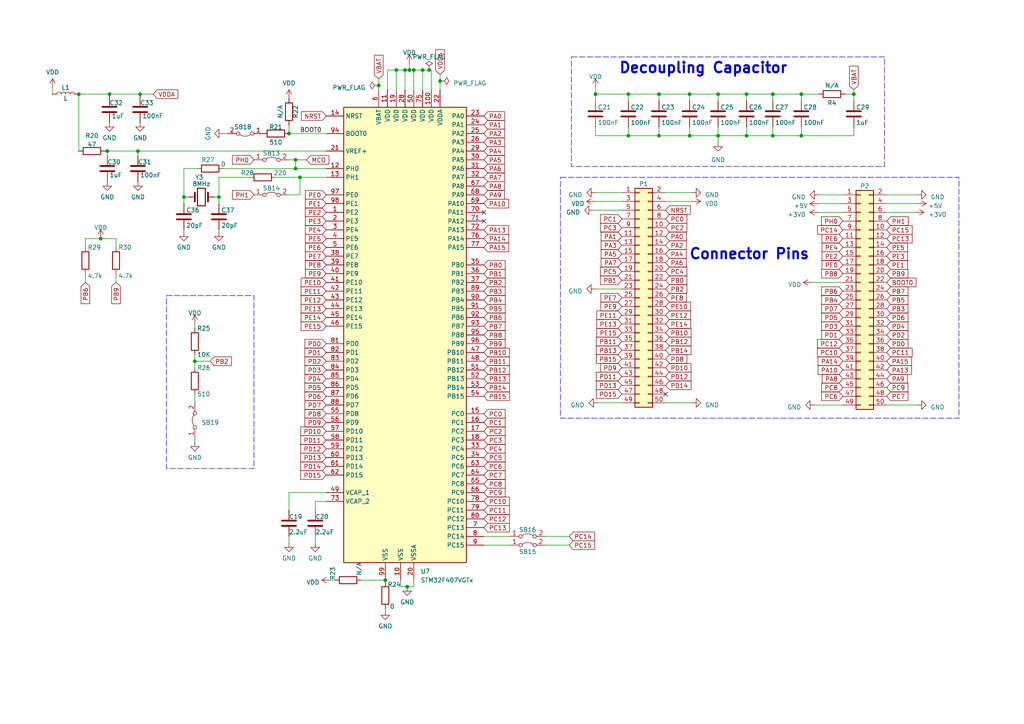
<source format=kicad_sch>
(kicad_sch (version 20230121) (generator eeschema)
  (paper "A4")
  (junction (at 31.115 43.815))
  (junction (at 53.34 57.15))
  (junction (at 208.28 39.37))
  (junction (at 232.41 39.37))
  (junction (at 111.76 168.275))
  (junction (at 216.535 27.305))
  (junction (at 224.155 27.305))
  (junction (at 56.515 104.775))
  (junction (at 118.11 170.18))
  (junction (at 40.005 43.815))
  (junction (at 85.725 48.895))
  (junction (at 122.555 20.32))
  (junction (at 232.41 27.305))
  (junction (at 124.46 20.32))
  (junction (at 118.745 20.32))
  (junction (at 208.28 27.305))
  (junction (at 200.025 27.305))
  (junction (at 63.5 57.15))
  (junction (at 216.535 39.37))
  (junction (at 247.65 27.305))
  (junction (at 29.21 69.215))
  (junction (at 117.475 20.32))
  (junction (at 86.995 51.435))
  (junction (at 31.75 27.305))
  (junction (at 182.245 39.37))
  (junction (at 191.135 27.305))
  (junction (at 200.025 39.37))
  (junction (at 22.86 27.305))
  (junction (at 182.245 27.305))
  (junction (at 120.015 20.32))
  (junction (at 224.155 39.37))
  (junction (at 114.935 20.32))
  (junction (at 127.635 23.495))
  (junction (at 172.72 27.305))
  (junction (at 109.855 24.765))
  (junction (at 40.64 27.305))
  (junction (at 85.725 46.355))
  (junction (at 83.82 38.735))
  (junction (at 191.135 39.37))
  (no_connect (at 140.335 61.595))
  (no_connect (at 193.04 114.3))
  (no_connect (at 140.335 64.135))
  (wire (pts (xy 24.765 79.375) (xy 24.765 81.915)))
  (wire (pts (xy 216.535 36.83) (xy 216.535 39.37)))
  (wire (pts (xy 191.135 27.305) (xy 200.025 27.305)))
  (wire (pts (xy 224.155 39.37) (xy 232.41 39.37)))
  (wire (pts (xy 24.765 69.215) (xy 29.21 69.215)))
  (wire (pts (xy 237.49 56.515) (xy 244.475 56.515)))
  (wire (pts (xy 232.41 39.37) (xy 247.65 39.37)))
  (wire (pts (xy 83.82 142.875) (xy 83.82 147.955)))
  (wire (pts (xy 54.61 57.15) (xy 53.34 57.15)))
  (wire (pts (xy 200.025 29.21) (xy 200.025 27.305)))
  (wire (pts (xy 236.22 117.475) (xy 244.475 117.475)))
  (wire (pts (xy 237.49 59.055) (xy 244.475 59.055)))
  (wire (pts (xy 94.615 145.415) (xy 91.44 145.415)))
  (wire (pts (xy 193.04 55.88) (xy 200.66 55.88)))
  (wire (pts (xy 200.025 27.305) (xy 208.28 27.305)))
  (wire (pts (xy 63.5 59.055) (xy 63.5 57.15)))
  (wire (pts (xy 216.535 39.37) (xy 224.155 39.37)))
  (wire (pts (xy 140.335 158.115) (xy 147.955 158.115)))
  (wire (pts (xy 57.15 48.895) (xy 53.34 48.895)))
  (wire (pts (xy 83.82 46.355) (xy 85.725 46.355)))
  (wire (pts (xy 158.115 158.115) (xy 165.1 158.115)))
  (wire (pts (xy 33.655 79.375) (xy 33.655 81.915)))
  (wire (pts (xy 109.855 24.765) (xy 109.855 26.035)))
  (wire (pts (xy 208.28 39.37) (xy 208.28 41.275)))
  (wire (pts (xy 117.475 20.32) (xy 118.745 20.32)))
  (wire (pts (xy 83.82 38.735) (xy 83.82 36.195)))
  (wire (pts (xy 172.72 55.88) (xy 180.34 55.88)))
  (wire (pts (xy 112.395 20.32) (xy 114.935 20.32)))
  (wire (pts (xy 172.72 25.4) (xy 172.72 27.305)))
  (wire (pts (xy 235.585 81.915) (xy 244.475 81.915)))
  (wire (pts (xy 224.155 27.305) (xy 232.41 27.305)))
  (wire (pts (xy 86.995 56.515) (xy 86.995 51.435)))
  (wire (pts (xy 125.095 20.32) (xy 125.095 26.035)))
  (wire (pts (xy 85.725 48.895) (xy 94.615 48.895)))
  (wire (pts (xy 56.515 102.87) (xy 56.515 104.775)))
  (wire (pts (xy 117.475 20.32) (xy 117.475 26.035)))
  (wire (pts (xy 191.135 36.83) (xy 191.135 39.37)))
  (wire (pts (xy 172.72 58.42) (xy 180.34 58.42)))
  (wire (pts (xy 245.11 27.305) (xy 247.65 27.305)))
  (wire (pts (xy 257.175 61.595) (xy 265.43 61.595)))
  (wire (pts (xy 53.34 66.675) (xy 53.34 67.31)))
  (wire (pts (xy 91.44 145.415) (xy 91.44 147.955)))
  (wire (pts (xy 200.025 36.83) (xy 200.025 39.37)))
  (wire (pts (xy 31.115 43.815) (xy 31.115 45.085)))
  (wire (pts (xy 193.04 58.42) (xy 200.66 58.42)))
  (wire (pts (xy 56.515 104.775) (xy 60.96 104.775)))
  (wire (pts (xy 208.28 27.305) (xy 208.28 29.21)))
  (wire (pts (xy 120.015 20.32) (xy 120.015 26.035)))
  (wire (pts (xy 122.555 26.035) (xy 122.555 20.32)))
  (wire (pts (xy 247.65 26.035) (xy 247.65 27.305)))
  (wire (pts (xy 216.535 29.21) (xy 216.535 27.305)))
  (wire (pts (xy 31.75 27.305) (xy 40.64 27.305)))
  (wire (pts (xy 30.48 43.815) (xy 31.115 43.815)))
  (wire (pts (xy 104.775 168.275) (xy 111.76 168.275)))
  (wire (pts (xy 114.935 20.32) (xy 114.935 26.035)))
  (wire (pts (xy 200.025 39.37) (xy 208.28 39.37)))
  (wire (pts (xy 120.015 168.275) (xy 120.015 170.18)))
  (wire (pts (xy 24.765 71.755) (xy 24.765 69.215)))
  (wire (pts (xy 120.015 20.32) (xy 122.555 20.32)))
  (wire (pts (xy 114.935 20.32) (xy 117.475 20.32)))
  (wire (pts (xy 56.515 114.3) (xy 56.515 116.84)))
  (wire (pts (xy 53.34 48.895) (xy 53.34 57.15)))
  (wire (pts (xy 232.41 27.305) (xy 232.41 29.21)))
  (wire (pts (xy 191.135 39.37) (xy 200.025 39.37)))
  (wire (pts (xy 53.34 59.055) (xy 53.34 57.15)))
  (wire (pts (xy 116.205 170.18) (xy 118.11 170.18)))
  (wire (pts (xy 124.46 20.32) (xy 125.095 20.32)))
  (wire (pts (xy 29.21 69.215) (xy 33.655 69.215)))
  (wire (pts (xy 173.355 116.84) (xy 180.34 116.84)))
  (wire (pts (xy 182.245 29.21) (xy 182.245 27.305)))
  (wire (pts (xy 95.885 168.275) (xy 97.155 168.275)))
  (wire (pts (xy 127.635 23.495) (xy 127.635 26.035)))
  (wire (pts (xy 83.82 155.575) (xy 83.82 157.48)))
  (wire (pts (xy 86.995 51.435) (xy 94.615 51.435)))
  (wire (pts (xy 182.245 39.37) (xy 191.135 39.37)))
  (wire (pts (xy 83.82 56.515) (xy 86.995 56.515)))
  (wire (pts (xy 232.41 27.305) (xy 237.49 27.305)))
  (wire (pts (xy 83.82 38.735) (xy 94.615 38.735)))
  (wire (pts (xy 172.72 27.305) (xy 182.245 27.305)))
  (wire (pts (xy 118.745 18.415) (xy 118.745 20.32)))
  (wire (pts (xy 63.5 66.675) (xy 63.5 67.31)))
  (wire (pts (xy 80.01 51.435) (xy 86.995 51.435)))
  (wire (pts (xy 56.515 104.775) (xy 56.515 106.68)))
  (wire (pts (xy 237.49 61.595) (xy 244.475 61.595)))
  (wire (pts (xy 111.76 168.275) (xy 111.76 168.91)))
  (wire (pts (xy 111.76 176.53) (xy 111.76 177.165)))
  (wire (pts (xy 257.175 117.475) (xy 266.065 117.475)))
  (wire (pts (xy 224.155 36.83) (xy 224.155 39.37)))
  (wire (pts (xy 66.04 38.735) (xy 64.77 38.735)))
  (wire (pts (xy 247.65 27.305) (xy 247.65 29.21)))
  (wire (pts (xy 247.65 36.83) (xy 247.65 39.37)))
  (wire (pts (xy 120.015 20.32) (xy 118.745 20.32)))
  (wire (pts (xy 182.245 36.83) (xy 182.245 39.37)))
  (wire (pts (xy 118.11 170.18) (xy 120.015 170.18)))
  (wire (pts (xy 56.515 127) (xy 56.515 128.27)))
  (wire (pts (xy 15.24 25.4) (xy 15.24 27.305)))
  (wire (pts (xy 33.655 69.215) (xy 33.655 71.755)))
  (wire (pts (xy 63.5 51.435) (xy 63.5 57.15)))
  (wire (pts (xy 224.155 29.21) (xy 224.155 27.305)))
  (wire (pts (xy 40.64 27.305) (xy 44.45 27.305)))
  (wire (pts (xy 172.72 83.82) (xy 180.34 83.82)))
  (wire (pts (xy 208.28 36.83) (xy 208.28 39.37)))
  (wire (pts (xy 40.64 27.305) (xy 40.64 27.94)))
  (wire (pts (xy 208.28 27.305) (xy 216.535 27.305)))
  (wire (pts (xy 31.115 43.815) (xy 40.005 43.815)))
  (wire (pts (xy 257.175 59.055) (xy 266.065 59.055)))
  (wire (pts (xy 172.72 27.305) (xy 172.72 29.21)))
  (wire (pts (xy 172.085 60.96) (xy 180.34 60.96)))
  (wire (pts (xy 91.44 155.575) (xy 91.44 157.48)))
  (wire (pts (xy 22.86 27.305) (xy 31.75 27.305)))
  (wire (pts (xy 140.335 155.575) (xy 147.955 155.575)))
  (wire (pts (xy 257.175 56.515) (xy 266.065 56.515)))
  (wire (pts (xy 112.395 26.035) (xy 112.395 20.32)))
  (wire (pts (xy 31.75 27.305) (xy 31.75 27.94)))
  (wire (pts (xy 62.23 57.15) (xy 63.5 57.15)))
  (wire (pts (xy 172.72 39.37) (xy 182.245 39.37)))
  (wire (pts (xy 40.005 43.815) (xy 40.005 45.085)))
  (wire (pts (xy 216.535 27.305) (xy 224.155 27.305)))
  (wire (pts (xy 56.515 93.98) (xy 56.515 95.25)))
  (wire (pts (xy 94.615 142.875) (xy 83.82 142.875)))
  (wire (pts (xy 109.855 22.86) (xy 109.855 24.765)))
  (wire (pts (xy 182.245 27.305) (xy 191.135 27.305)))
  (wire (pts (xy 193.04 116.84) (xy 200.66 116.84)))
  (wire (pts (xy 127.635 21.59) (xy 127.635 23.495)))
  (wire (pts (xy 208.28 39.37) (xy 216.535 39.37)))
  (wire (pts (xy 158.115 155.575) (xy 165.1 155.575)))
  (wire (pts (xy 122.555 20.32) (xy 124.46 20.32)))
  (wire (pts (xy 85.725 46.355) (xy 85.725 48.895)))
  (wire (pts (xy 191.135 27.305) (xy 191.135 29.21)))
  (wire (pts (xy 22.86 27.305) (xy 22.86 43.815)))
  (wire (pts (xy 232.41 36.83) (xy 232.41 39.37)))
  (wire (pts (xy 88.9 46.355) (xy 85.725 46.355)))
  (wire (pts (xy 40.005 43.815) (xy 94.615 43.815)))
  (wire (pts (xy 64.77 48.895) (xy 85.725 48.895)))
  (wire (pts (xy 172.72 36.83) (xy 172.72 39.37)))
  (wire (pts (xy 72.39 51.435) (xy 63.5 51.435)))
  (wire (pts (xy 116.205 168.275) (xy 116.205 170.18)))
  (rectangle (start 165.735 16.51) (end 256.54 48.26) (stroke (width 0) (type dash)))
  (rectangle (start 48.26 85.725) (end 73.66 135.89) (stroke (width 0) (type dash)))
  (rectangle (start 162.56 51.435) (end 278.13 121.285) (stroke (width 0) (type dash)))
  (text "Connector Pins\n" (at 234.95 75.565 0) (effects (font (size 3 3) (thickness 0.6) bold) (justify right bottom)))
  (text "Decoupling Capacitor\n" (at 228.6 21.59 0) (effects (font (size 3 3) (thickness 0.6) bold) (justify right bottom)))
  (label "BOOT0" (at 86.995 38.735 0))
  (global_label "PC11" (shape input) (at 257.175 102.235 0) (property "Intersheetrefs" "${INTERSHEET_REFS}" (effects hide)))
  (global_label "BOOT0" (shape input) (at 257.175 81.915 0) (property "Intersheetrefs" "${INTERSHEET_REFS}" (effects hide)))
  (global_label "PB10" (shape input) (at 140.335 102.235 0) (property "Intersheetrefs" "${INTERSHEET_REFS}" (effects hide)))
  (global_label "PD10" (shape input) (at 94.615 125.095 180) (property "Intersheetrefs" "${INTERSHEET_REFS}" (effects hide)))
  (global_label "PE1" (shape input) (at 257.175 76.835 0) (property "Intersheetrefs" "${INTERSHEET_REFS}" (effects hide)))
  (global_label "PD12" (shape input) (at 94.615 130.175 180) (property "Intersheetrefs" "${INTERSHEET_REFS}" (effects hide)))
  (global_label "PC1" (shape input) (at 140.335 122.555 0) (property "Intersheetrefs" "${INTERSHEET_REFS}" (effects hide)))
  (global_label "PA5" (shape input) (at 180.34 73.66 180) (property "Intersheetrefs" "${INTERSHEET_REFS}" (effects hide)))
  (global_label "PD1" (shape input) (at 94.615 102.235 180) (property "Intersheetrefs" "${INTERSHEET_REFS}" (effects hide)))
  (global_label "PA3" (shape input) (at 180.34 71.12 180) (property "Intersheetrefs" "${INTERSHEET_REFS}" (effects hide)))
  (global_label "PC6" (shape input) (at 244.475 114.935 180) (property "Intersheetrefs" "${INTERSHEET_REFS}" (effects hide)))
  (global_label "PC3" (shape input) (at 180.34 66.04 180) (property "Intersheetrefs" "${INTERSHEET_REFS}" (effects hide)))
  (global_label "PE8" (shape input) (at 193.04 86.36 0) (property "Intersheetrefs" "${INTERSHEET_REFS}" (effects hide)))
  (global_label "PB6" (shape input) (at 140.335 92.075 0) (property "Intersheetrefs" "${INTERSHEET_REFS}" (effects hide)))
  (global_label "PC4" (shape input) (at 193.04 78.74 0) (property "Intersheetrefs" "${INTERSHEET_REFS}" (effects hide)))
  (global_label "PB0" (shape input) (at 140.335 76.835 0) (property "Intersheetrefs" "${INTERSHEET_REFS}" (effects hide)))
  (global_label "PA13" (shape input) (at 257.175 107.315 0) (property "Intersheetrefs" "${INTERSHEET_REFS}" (effects hide)))
  (global_label "PC7" (shape input) (at 257.175 114.935 0) (property "Intersheetrefs" "${INTERSHEET_REFS}" (effects hide)))
  (global_label "PB9" (shape input) (at 33.655 81.915 270) (property "Intersheetrefs" "${INTERSHEET_REFS}" (effects hide)))
  (global_label "PA5" (shape input) (at 140.335 46.355 0) (property "Intersheetrefs" "${INTERSHEET_REFS}" (effects hide)))
  (global_label "PA0" (shape input) (at 193.04 68.58 0) (property "Intersheetrefs" "${INTERSHEET_REFS}" (effects hide)))
  (global_label "PC9" (shape input) (at 140.335 142.875 0) (property "Intersheetrefs" "${INTERSHEET_REFS}" (effects hide)))
  (global_label "PE9" (shape input) (at 94.615 79.375 180) (property "Intersheetrefs" "${INTERSHEET_REFS}" (effects hide)))
  (global_label "PE10" (shape input) (at 94.615 81.915 180) (property "Intersheetrefs" "${INTERSHEET_REFS}" (effects hide)))
  (global_label "PB7" (shape input) (at 257.175 84.455 0) (property "Intersheetrefs" "${INTERSHEET_REFS}" (effects hide)))
  (global_label "PC14" (shape input) (at 165.1 155.575 0) (property "Intersheetrefs" "${INTERSHEET_REFS}" (effects hide)))
  (global_label "PD10" (shape input) (at 193.04 106.68 0) (property "Intersheetrefs" "${INTERSHEET_REFS}" (effects hide)))
  (global_label "PD14" (shape input) (at 193.04 111.76 0) (property "Intersheetrefs" "${INTERSHEET_REFS}" (effects hide)))
  (global_label "PA2" (shape input) (at 193.04 71.12 0) (property "Intersheetrefs" "${INTERSHEET_REFS}" (effects hide)))
  (global_label "PA10" (shape input) (at 140.335 59.055 0) (property "Intersheetrefs" "${INTERSHEET_REFS}" (effects hide)))
  (global_label "PA15" (shape input) (at 140.335 71.755 0) (property "Intersheetrefs" "${INTERSHEET_REFS}" (effects hide)))
  (global_label "PB10" (shape input) (at 193.04 96.52 0) (property "Intersheetrefs" "${INTERSHEET_REFS}" (effects hide)))
  (global_label "PD2" (shape input) (at 94.615 104.775 180) (property "Intersheetrefs" "${INTERSHEET_REFS}" (effects hide)))
  (global_label "PE4" (shape input) (at 244.475 71.755 180) (property "Intersheetrefs" "${INTERSHEET_REFS}" (effects hide)))
  (global_label "PD9" (shape input) (at 94.615 122.555 180) (property "Intersheetrefs" "${INTERSHEET_REFS}" (effects hide)))
  (global_label "PE14" (shape input) (at 193.04 93.98 0) (property "Intersheetrefs" "${INTERSHEET_REFS}" (effects hide)))
  (global_label "PB13" (shape input) (at 180.34 101.6 180) (property "Intersheetrefs" "${INTERSHEET_REFS}" (effects hide)))
  (global_label "PA13" (shape input) (at 140.335 66.675 0) (property "Intersheetrefs" "${INTERSHEET_REFS}" (effects hide)))
  (global_label "PB2" (shape input) (at 193.04 83.82 0) (property "Intersheetrefs" "${INTERSHEET_REFS}" (effects hide)))
  (global_label "PE11" (shape input) (at 94.615 84.455 180) (property "Intersheetrefs" "${INTERSHEET_REFS}" (effects hide)))
  (global_label "PA3" (shape input) (at 140.335 41.275 0) (property "Intersheetrefs" "${INTERSHEET_REFS}" (effects hide)))
  (global_label "MCO" (shape input) (at 88.9 46.355 0) (property "Intersheetrefs" "${INTERSHEET_REFS}" (effects hide)))
  (global_label "PD14" (shape input) (at 94.615 135.255 180) (property "Intersheetrefs" "${INTERSHEET_REFS}" (effects hide)))
  (global_label "PA9" (shape input) (at 257.175 109.855 0) (property "Intersheetrefs" "${INTERSHEET_REFS}" (effects hide)))
  (global_label "PD11" (shape input) (at 94.615 127.635 180) (property "Intersheetrefs" "${INTERSHEET_REFS}" (effects hide)))
  (global_label "PC3" (shape input) (at 140.335 127.635 0) (property "Intersheetrefs" "${INTERSHEET_REFS}" (effects hide)))
  (global_label "PB3" (shape input) (at 257.175 89.535 0) (property "Intersheetrefs" "${INTERSHEET_REFS}" (effects hide)))
  (global_label "PE7" (shape input) (at 94.615 74.295 180) (property "Intersheetrefs" "${INTERSHEET_REFS}" (effects hide)))
  (global_label "PH0" (shape input) (at 244.475 64.135 180) (property "Intersheetrefs" "${INTERSHEET_REFS}" (effects hide)))
  (global_label "PC10" (shape input) (at 140.335 145.415 0) (property "Intersheetrefs" "${INTERSHEET_REFS}" (effects hide)))
  (global_label "PE6" (shape input) (at 94.615 71.755 180) (property "Intersheetrefs" "${INTERSHEET_REFS}" (effects hide)))
  (global_label "VBAT" (shape input) (at 109.855 22.86 90) (property "Intersheetrefs" "${INTERSHEET_REFS}" (effects hide)))
  (global_label "PA14" (shape input) (at 140.335 69.215 0) (property "Intersheetrefs" "${INTERSHEET_REFS}" (effects hide)))
  (global_label "PB6" (shape input) (at 244.475 84.455 180) (property "Intersheetrefs" "${INTERSHEET_REFS}" (effects hide)))
  (global_label "PB4" (shape input) (at 244.475 86.995 180) (property "Intersheetrefs" "${INTERSHEET_REFS}" (effects hide)))
  (global_label "NRST" (shape input) (at 193.04 60.96 0) (property "Intersheetrefs" "${INTERSHEET_REFS}" (effects hide)))
  (global_label "PE8" (shape input) (at 94.615 76.835 180) (property "Intersheetrefs" "${INTERSHEET_REFS}" (effects hide)))
  (global_label "PB14" (shape input) (at 140.335 112.395 0) (property "Intersheetrefs" "${INTERSHEET_REFS}" (effects hide)))
  (global_label "PC4" (shape input) (at 140.335 130.175 0) (property "Intersheetrefs" "${INTERSHEET_REFS}" (effects hide)))
  (global_label "PA0" (shape input) (at 140.335 33.655 0) (property "Intersheetrefs" "${INTERSHEET_REFS}" (effects hide)))
  (global_label "PD12" (shape input) (at 193.04 109.22 0) (property "Intersheetrefs" "${INTERSHEET_REFS}" (effects hide)))
  (global_label "PE2" (shape input) (at 244.475 74.295 180) (property "Intersheetrefs" "${INTERSHEET_REFS}" (effects hide)))
  (global_label "PC5" (shape input) (at 140.335 132.715 0) (property "Intersheetrefs" "${INTERSHEET_REFS}" (effects hide)))
  (global_label "PB15" (shape input) (at 140.335 114.935 0) (property "Intersheetrefs" "${INTERSHEET_REFS}" (effects hide)))
  (global_label "PC15" (shape input) (at 257.175 66.675 0) (property "Intersheetrefs" "${INTERSHEET_REFS}" (effects hide)))
  (global_label "PB9" (shape input) (at 140.335 99.695 0) (property "Intersheetrefs" "${INTERSHEET_REFS}" (effects hide)))
  (global_label "PE2" (shape input) (at 94.615 61.595 180) (property "Intersheetrefs" "${INTERSHEET_REFS}" (effects hide)))
  (global_label "PA6" (shape input) (at 140.335 48.895 0) (property "Intersheetrefs" "${INTERSHEET_REFS}" (effects hide)))
  (global_label "PA9" (shape input) (at 140.335 56.515 0) (property "Intersheetrefs" "${INTERSHEET_REFS}" (effects hide)))
  (global_label "PD13" (shape input) (at 94.615 132.715 180) (property "Intersheetrefs" "${INTERSHEET_REFS}" (effects hide)))
  (global_label "PD11" (shape input) (at 180.34 109.22 180) (property "Intersheetrefs" "${INTERSHEET_REFS}" (effects hide)))
  (global_label "PB5" (shape input) (at 140.335 89.535 0) (property "Intersheetrefs" "${INTERSHEET_REFS}" (effects hide)))
  (global_label "PD15" (shape input) (at 180.34 114.3 180) (property "Intersheetrefs" "${INTERSHEET_REFS}" (effects hide)))
  (global_label "PE15" (shape input) (at 180.34 96.52 180) (property "Intersheetrefs" "${INTERSHEET_REFS}" (effects hide)))
  (global_label "PA10" (shape input) (at 244.475 107.315 180) (property "Intersheetrefs" "${INTERSHEET_REFS}" (effects hide)))
  (global_label "PA7" (shape input) (at 180.34 76.2 180) (property "Intersheetrefs" "${INTERSHEET_REFS}" (effects hide)))
  (global_label "PB8" (shape input) (at 140.335 97.155 0) (property "Intersheetrefs" "${INTERSHEET_REFS}" (effects hide)))
  (global_label "PB14" (shape input) (at 193.04 101.6 0) (property "Intersheetrefs" "${INTERSHEET_REFS}" (effects hide)))
  (global_label "PB13" (shape input) (at 140.335 109.855 0) (property "Intersheetrefs" "${INTERSHEET_REFS}" (effects hide)))
  (global_label "PC8" (shape input) (at 244.475 112.395 180) (property "Intersheetrefs" "${INTERSHEET_REFS}" (effects hide)))
  (global_label "PA1" (shape input) (at 140.335 36.195 0) (property "Intersheetrefs" "${INTERSHEET_REFS}" (effects hide)))
  (global_label "PD6" (shape input) (at 94.615 114.935 180) (property "Intersheetrefs" "${INTERSHEET_REFS}" (effects hide)))
  (global_label "PE7" (shape input) (at 180.34 86.36 180) (property "Intersheetrefs" "${INTERSHEET_REFS}" (effects hide)))
  (global_label "PD3" (shape input) (at 244.475 94.615 180) (property "Intersheetrefs" "${INTERSHEET_REFS}" (effects hide)))
  (global_label "PB9" (shape input) (at 257.175 79.375 0) (property "Intersheetrefs" "${INTERSHEET_REFS}" (effects hide)))
  (global_label "PE1" (shape input) (at 94.615 59.055 180) (property "Intersheetrefs" "${INTERSHEET_REFS}" (effects hide)))
  (global_label "PE4" (shape input) (at 94.615 66.675 180) (property "Intersheetrefs" "${INTERSHEET_REFS}" (effects hide)))
  (global_label "PB11" (shape input) (at 180.34 99.06 180) (property "Intersheetrefs" "${INTERSHEET_REFS}" (effects hide)))
  (global_label "PB8" (shape input) (at 244.475 79.375 180) (property "Intersheetrefs" "${INTERSHEET_REFS}" (effects hide)))
  (global_label "PB5" (shape input) (at 257.175 86.995 0) (property "Intersheetrefs" "${INTERSHEET_REFS}" (effects hide)))
  (global_label "PC14" (shape input) (at 244.475 66.675 180) (property "Intersheetrefs" "${INTERSHEET_REFS}" (effects hide)))
  (global_label "PA4" (shape input) (at 140.335 43.815 0) (property "Intersheetrefs" "${INTERSHEET_REFS}" (effects hide)))
  (global_label "PD5" (shape input) (at 244.475 92.075 180) (property "Intersheetrefs" "${INTERSHEET_REFS}" (effects hide)))
  (global_label "PC7" (shape input) (at 140.335 137.795 0) (property "Intersheetrefs" "${INTERSHEET_REFS}" (effects hide)))
  (global_label "PD6" (shape input) (at 257.175 92.075 0) (property "Intersheetrefs" "${INTERSHEET_REFS}" (effects hide)))
  (global_label "PE14" (shape input) (at 94.615 92.075 180) (property "Intersheetrefs" "${INTERSHEET_REFS}" (effects hide)))
  (global_label "PE15" (shape input) (at 94.615 94.615 180) (property "Intersheetrefs" "${INTERSHEET_REFS}" (effects hide)))
  (global_label "PE13" (shape input) (at 94.615 89.535 180) (property "Intersheetrefs" "${INTERSHEET_REFS}" (effects hide)))
  (global_label "PE5" (shape input) (at 257.175 71.755 0) (property "Intersheetrefs" "${INTERSHEET_REFS}" (effects hide)))
  (global_label "PD15" (shape input) (at 94.615 137.795 180) (property "Intersheetrefs" "${INTERSHEET_REFS}" (effects hide)))
  (global_label "PB7" (shape input) (at 140.335 94.615 0) (property "Intersheetrefs" "${INTERSHEET_REFS}" (effects hide)))
  (global_label "PC9" (shape input) (at 257.175 112.395 0) (property "Intersheetrefs" "${INTERSHEET_REFS}" (effects hide)))
  (global_label "PB12" (shape input) (at 193.04 99.06 0) (property "Intersheetrefs" "${INTERSHEET_REFS}" (effects hide)))
  (global_label "PB6" (shape input) (at 24.765 81.915 270) (property "Intersheetrefs" "${INTERSHEET_REFS}" (effects hide)))
  (global_label "PD9" (shape input) (at 180.34 106.68 180) (property "Intersheetrefs" "${INTERSHEET_REFS}" (effects hide)))
  (global_label "PD0" (shape input) (at 257.175 99.695 0) (property "Intersheetrefs" "${INTERSHEET_REFS}" (effects hide)))
  (global_label "PC12" (shape input) (at 244.475 99.695 180) (property "Intersheetrefs" "${INTERSHEET_REFS}" (effects hide)))
  (global_label "PB2" (shape input) (at 140.335 81.915 0) (property "Intersheetrefs" "${INTERSHEET_REFS}" (effects hide)))
  (global_label "PD4" (shape input) (at 94.615 109.855 180) (property "Intersheetrefs" "${INTERSHEET_REFS}" (effects hide)))
  (global_label "PD3" (shape input) (at 94.615 107.315 180) (property "Intersheetrefs" "${INTERSHEET_REFS}" (effects hide)))
  (global_label "PA4" (shape input) (at 193.04 73.66 0) (property "Intersheetrefs" "${INTERSHEET_REFS}" (effects hide)))
  (global_label "PA8" (shape input) (at 140.335 53.975 0) (property "Intersheetrefs" "${INTERSHEET_REFS}" (effects hide)))
  (global_label "PE3" (shape input) (at 257.175 74.295 0) (property "Intersheetrefs" "${INTERSHEET_REFS}" (effects hide)))
  (global_label "PC8" (shape input) (at 140.335 140.335 0) (property "Intersheetrefs" "${INTERSHEET_REFS}" (effects hide)))
  (global_label "PC1" (shape input) (at 180.34 63.5 180) (property "Intersheetrefs" "${INTERSHEET_REFS}" (effects hide)))
  (global_label "PC6" (shape input) (at 140.335 135.255 0) (property "Intersheetrefs" "${INTERSHEET_REFS}" (effects hide)))
  (global_label "PC0" (shape input) (at 140.335 120.015 0) (property "Intersheetrefs" "${INTERSHEET_REFS}" (effects hide)))
  (global_label "PH0" (shape input) (at 73.66 46.355 180) (property "Intersheetrefs" "${INTERSHEET_REFS}" (effects hide)))
  (global_label "PC13" (shape input) (at 140.335 153.035 0) (property "Intersheetrefs" "${INTERSHEET_REFS}" (effects hide)))
  (global_label "PE9" (shape input) (at 180.34 88.9 180) (property "Intersheetrefs" "${INTERSHEET_REFS}" (effects hide)))
  (global_label "PB12" (shape input) (at 140.335 107.315 0) (property "Intersheetrefs" "${INTERSHEET_REFS}" (effects hide)))
  (global_label "PA8" (shape input) (at 244.475 109.855 180) (property "Intersheetrefs" "${INTERSHEET_REFS}" (effects hide)))
  (global_label "PC10" (shape input) (at 244.475 102.235 180) (property "Intersheetrefs" "${INTERSHEET_REFS}" (effects hide)))
  (global_label "PB4" (shape input) (at 140.335 86.995 0) (property "Intersheetrefs" "${INTERSHEET_REFS}" (effects hide)))
  (global_label "PC15" (shape input) (at 165.1 158.115 0) (property "Intersheetrefs" "${INTERSHEET_REFS}" (effects hide)))
  (global_label "PD2" (shape input) (at 257.175 97.155 0) (property "Intersheetrefs" "${INTERSHEET_REFS}" (effects hide)))
  (global_label "PD7" (shape input) (at 94.615 117.475 180) (property "Intersheetrefs" "${INTERSHEET_REFS}" (effects hide)))
  (global_label "PC2" (shape input) (at 193.04 66.04 0) (property "Intersheetrefs" "${INTERSHEET_REFS}" (effects hide)))
  (global_label "VDDA" (shape input) (at 44.45 27.305 0) (property "Intersheetrefs" "${INTERSHEET_REFS}" (effects hide)))
  (global_label "PE0" (shape input) (at 244.475 76.835 180) (property "Intersheetrefs" "${INTERSHEET_REFS}" (effects hide)))
  (global_label "PD7" (shape input) (at 244.475 89.535 180) (property "Intersheetrefs" "${INTERSHEET_REFS}" (effects hide)))
  (global_label "PA6" (shape input) (at 193.04 76.2 0) (property "Intersheetrefs" "${INTERSHEET_REFS}" (effects hide)))
  (global_label "VBAT" (shape input) (at 247.65 26.035 90) (property "Intersheetrefs" "${INTERSHEET_REFS}" (effects hide)))
  (global_label "PC0" (shape input) (at 193.04 63.5 0) (property "Intersheetrefs" "${INTERSHEET_REFS}" (effects hide)))
  (global_label "PD5" (shape input) (at 94.615 112.395 180) (property "Intersheetrefs" "${INTERSHEET_REFS}" (effects hide)))
  (global_label "PD8" (shape input) (at 193.04 104.14 0) (property "Intersheetrefs" "${INTERSHEET_REFS}" (effects hide)))
  (global_label "NRST" (shape input) (at 94.615 33.655 180) (property "Intersheetrefs" "${INTERSHEET_REFS}" (effects hide)))
  (global_label "PB0" (shape input) (at 193.04 81.28 0) (property "Intersheetrefs" "${INTERSHEET_REFS}" (effects hide)))
  (global_label "PD8" (shape input) (at 94.615 120.015 180) (property "Intersheetrefs" "${INTERSHEET_REFS}" (effects hide)))
  (global_label "PD1" (shape input) (at 244.475 97.155 180) (property "Intersheetrefs" "${INTERSHEET_REFS}" (effects hide)))
  (global_label "PE3" (shape input) (at 94.615 64.135 180) (property "Intersheetrefs" "${INTERSHEET_REFS}" (effects hide)))
  (global_label "PC13" (shape input) (at 257.175 69.215 0) (property "Intersheetrefs" "${INTERSHEET_REFS}" (effects hide)))
  (global_label "PE12" (shape input) (at 94.615 86.995 180) (property "Intersheetrefs" "${INTERSHEET_REFS}" (effects hide)))
  (global_label "PE5" (shape input) (at 94.615 69.215 180) (property "Intersheetrefs" "${INTERSHEET_REFS}" (effects hide)))
  (global_label "PD4" (shape input) (at 257.175 94.615 0) (property "Intersheetrefs" "${INTERSHEET_REFS}" (effects hide)))
  (global_label "PC5" (shape input) (at 180.34 78.74 180) (property "Intersheetrefs" "${INTERSHEET_REFS}" (effects hide)))
  (global_label "PA15" (shape input) (at 257.175 104.775 0) (property "Intersheetrefs" "${INTERSHEET_REFS}" (effects hide)))
  (global_label "PB11" (shape input) (at 140.335 104.775 0) (property "Intersheetrefs" "${INTERSHEET_REFS}" (effects hide)))
  (global_label "PB2" (shape input) (at 60.96 104.775 0) (property "Intersheetrefs" "${INTERSHEET_REFS}" (effects hide)))
  (global_label "PC12" (shape input) (at 140.335 150.495 0) (property "Intersheetrefs" "${INTERSHEET_REFS}" (effects hide)))
  (global_label "PE10" (shape input) (at 193.04 88.9 0) (property "Intersheetrefs" "${INTERSHEET_REFS}" (effects hide)))
  (global_label "PA2" (shape input) (at 140.335 38.735 0) (property "Intersheetrefs" "${INTERSHEET_REFS}" (effects hide)))
  (global_label "PE12" (shape input) (at 193.04 91.44 0) (property "Intersheetrefs" "${INTERSHEET_REFS}" (effects hide)))
  (global_label "PE6" (shape input) (at 244.475 69.215 180) (property "Intersheetrefs" "${INTERSHEET_REFS}" (effects hide)))
  (global_label "PH1" (shape input) (at 257.175 64.135 0) (property "Intersheetrefs" "${INTERSHEET_REFS}" (effects hide)))
  (global_label "VDDA" (shape input) (at 127.635 21.59 90) (property "Intersheetrefs" "${INTERSHEET_REFS}" (effects hide)))
  (global_label "PC2" (shape input) (at 140.335 125.095 0) (property "Intersheetrefs" "${INTERSHEET_REFS}" (effects hide)))
  (global_label "PE13" (shape input) (at 180.34 93.98 180) (property "Intersheetrefs" "${INTERSHEET_REFS}" (effects hide)))
  (global_label "PE11" (shape input) (at 180.34 91.44 180) (property "Intersheetrefs" "${INTERSHEET_REFS}" (effects hide)))
  (global_label "PB15" (shape input) (at 180.34 104.14 180) (property "Intersheetrefs" "${INTERSHEET_REFS}" (effects hide)))
  (global_label "PC11" (shape input) (at 140.335 147.955 0) (property "Intersheetrefs" "${INTERSHEET_REFS}" (effects hide)))
  (global_label "PA7" (shape input) (at 140.335 51.435 0) (property "Intersheetrefs" "${INTERSHEET_REFS}" (effects hide)))
  (global_label "PA1" (shape input) (at 180.34 68.58 180) (property "Intersheetrefs" "${INTERSHEET_REFS}" (effects hide)))
  (global_label "PD0" (shape input) (at 94.615 99.695 180) (property "Intersheetrefs" "${INTERSHEET_REFS}" (effects hide)))
  (global_label "PH1" (shape input) (at 73.66 56.515 180) (property "Intersheetrefs" "${INTERSHEET_REFS}" (effects hide)))
  (global_label "PB1" (shape input) (at 180.34 81.28 180) (property "Intersheetrefs" "${INTERSHEET_REFS}" (effects hide)))
  (global_label "PB1" (shape input) (at 140.335 79.375 0) (property "Intersheetrefs" "${INTERSHEET_REFS}" (effects hide)))
  (global_label "PB3" (shape input) (at 140.335 84.455 0) (property "Intersheetrefs" "${INTERSHEET_REFS}" (effects hide)))
  (global_label "PE0" (shape input) (at 94.615 56.515 180) (property "Intersheetrefs" "${INTERSHEET_REFS}" (effects hide)))
  (global_label "PD13" (shape input) (at 180.34 111.76 180) (property "Intersheetrefs" "${INTERSHEET_REFS}" (effects hide)))
  (global_label "PA14" (shape input) (at 244.475 104.775 180) (property "Intersheetrefs" "${INTERSHEET_REFS}" (effects hide)))
  (symbol (lib_id "power:GND") (at 56.515 128.27 0) (unit 1)
    (property "Reference" "#PWR058" (effects hide))
    (property "Value" "GND" (at 56.515 132.715 0))
  )
  (symbol (lib_id "power:GND") (at 266.065 117.475 90) (unit 1)
    (property "Reference" "#PWR067" (effects hide))
    (property "Value" "GND" (at 269.875 118.11 90) (effects (justify right)))
  )
  (symbol (lib_id "Jumper:Jumper_2_Bridged") (at 153.035 158.115 0) (unit 1)
    (property "Reference" "SB15" (at 153.035 160.02 0))
    (property "Value" "Jumper_2_Bridged" (effects hide))
    (property "Footprint" "Jumper:SolderJumper-2_P1.3mm_Open_TrianglePad1.0x1.5mm" (effects hide))
  )
  (symbol (lib_id "Device:C") (at 216.535 33.02 0) (unit 1)
    (property "Reference" "C26" (at 217.17 31.115 0) (effects (justify left)))
    (property "Value" "100nF" (at 217.17 35.56 0) (effects (justify left)))
    (property "Footprint" "Capacitor_SMD:C_0603_1608Metric" (effects hide))
  )
  (symbol (lib_id "Device:C") (at 83.82 151.765 0) (unit 1)
    (property "Reference" "C19" (at 83.82 149.86 0) (effects (justify left)))
    (property "Value" "2.2uF" (at 83.82 154.305 0) (effects (justify left)))
    (property "Footprint" "Capacitor_SMD:C_0603_1608Metric" (effects hide))
  )
  (symbol (lib_id "power:+3V0") (at 265.43 61.595 270) (unit 1)
    (property "Reference" "#PWR065" (effects hide))
    (property "Value" "+3V0" (at 269.24 62.23 90) (effects (justify left)))
  )
  (symbol (lib_id "power:PWR_FLAG") (at 124.46 20.32 0) (unit 1)
    (property "Reference" "#FLG03" (effects hide))
    (property "Value" "PWR_FLAG" (at 124.46 16.51 0))
  )
  (symbol (lib_id "Device:L") (at 19.05 27.305 90) (unit 1)
    (property "Reference" "L1" (at 19.05 25.4 90))
    (property "Value" "L" (at 19.05 28.575 90))
    (property "Footprint" "Inductor_SMD:L_0603_1608Metric" (effects hide))
  )
  (symbol (lib_id "power:GND") (at 53.34 67.31 0) (unit 1)
    (property "Reference" "#PWR059" (effects hide))
    (property "Value" "GND" (at 53.34 71.755 0))
  )
  (symbol (lib_id "Device:R") (at 24.765 75.565 0) (unit 1)
    (property "Reference" "R29" (at 25.4 71.755 0) (effects (justify left)))
    (property "Value" "4.7k" (at 25.4 80.01 0) (effects (justify left)))
    (property "Footprint" "Resistor_SMD:R_0603_1608Metric" (effects hide))
  )
  (symbol (lib_id "power:VDD") (at 29.21 69.215 0) (unit 1)
    (property "Reference" "#PWR061" (effects hide))
    (property "Value" "VDD" (at 29.21 66.04 0))
  )
  (symbol (lib_id "Jumper:Jumper_2_Bridged") (at 71.12 38.735 180) (unit 1)
    (property "Reference" "SB18" (at 73.025 36.83 0) (effects (justify left)))
    (property "Value" "Jumper_2_Bridged" (effects hide))
    (property "Footprint" "Jumper:SolderJumper-2_P1.3mm_Open_TrianglePad1.0x1.5mm" (effects hide))
  )
  (symbol (lib_id "power:VDD") (at 172.72 58.42 90) (unit 1)
    (property "Reference" "#PWR011" (effects hide))
    (property "Value" "VDD" (at 169.545 59.055 90) (effects (justify left)))
  )
  (symbol (lib_id "power:GND") (at 111.76 177.165 0) (unit 1)
    (property "Reference" "#PWR073" (effects hide))
    (property "Value" "GND" (at 111.76 181.61 0))
  )
  (symbol (lib_id "power:VDD") (at 235.585 81.915 90) (unit 1)
    (property "Reference" "#PWR066" (effects hide))
    (property "Value" "VDD" (at 232.41 82.55 90) (effects (justify left)))
  )
  (symbol (lib_id "Device:R") (at 100.965 168.275 90) (unit 1)
    (property "Reference" "R23" (at 96.52 168.275 0) (effects (justify left)))
    (property "Value" "N/A" (at 104.14 167.005 0) (effects (justify left)))
    (property "Footprint" "Resistor_SMD:R_0603_1608Metric" (effects hide))
  )
  (symbol (lib_id "power:GND") (at 208.28 41.275 0) (unit 1)
    (property "Reference" "#PWR046" (effects hide))
    (property "Value" "GND" (at 208.28 46.355 0))
  )
  (symbol (lib_id "Device:Crystal") (at 58.42 57.15 0) (unit 1)
    (property "Reference" "Y3" (at 57.785 51.435 0))
    (property "Value" "8MHz" (at 58.42 53.34 0))
    (property "Footprint" "Crystal:Crystal_HC49-4H_Vertical" (effects hide))
  )
  (symbol (lib_id "Device:C") (at 172.72 33.02 0) (unit 1)
    (property "Reference" "C21" (at 173.355 31.115 0) (effects (justify left)))
    (property "Value" "100nF" (at 173.355 35.56 0) (effects (justify left)))
    (property "Footprint" "Capacitor_SMD:C_0603_1608Metric" (effects hide))
  )
  (symbol (lib_id "Device:C") (at 91.44 151.765 0) (unit 1)
    (property "Reference" "C20" (at 91.44 149.86 0) (effects (justify left)))
    (property "Value" "2.2uF" (at 91.44 154.305 0) (effects (justify left)))
    (property "Footprint" "Capacitor_SMD:C_0603_1608Metric" (effects hide))
  )
  (symbol (lib_id "Device:R") (at 56.515 110.49 0) (unit 1)
    (property "Reference" "R26" (at 57.15 106.68 0) (effects (justify left)))
    (property "Value" "510" (at 57.15 114.3 0) (effects (justify left)))
    (property "Footprint" "Resistor_SMD:R_0603_1608Metric" (effects hide))
  )
  (symbol (lib_id "power:VDD") (at 200.66 58.42 270) (unit 1)
    (property "Reference" "#PWR010" (effects hide))
    (property "Value" "VDD" (at 204.47 59.055 90) (effects (justify left)))
  )
  (symbol (lib_id "power:VDD") (at 56.515 93.98 0) (unit 1)
    (property "Reference" "#PWR057" (effects hide))
    (property "Value" "VDD" (at 56.515 90.805 0))
  )
  (symbol (lib_id "Jumper:Jumper_2_Bridged") (at 78.74 46.355 0) (unit 1)
    (property "Reference" "SB13" (at 78.74 44.45 0))
    (property "Value" "Jumper_2_Bridged" (effects hide))
    (property "Footprint" "Jumper:SolderJumper-2_P1.3mm_Open_TrianglePad1.0x1.5mm" (effects hide))
  )
  (symbol (lib_id "Device:C") (at 31.115 48.895 0) (unit 1)
    (property "Reference" "C30" (at 31.115 46.99 0) (effects (justify left)))
    (property "Value" "1uF" (at 31.75 50.8 0) (effects (justify left)))
    (property "Footprint" "Capacitor_SMD:C_0603_1608Metric" (effects hide))
  )
  (symbol (lib_id "power:GND") (at 172.72 55.88 270) (unit 1)
    (property "Reference" "#PWR09" (effects hide))
    (property "Value" "GND" (at 168.91 56.515 90) (effects (justify right)))
  )
  (symbol (lib_id "Connector_Generic:Conn_02x25_Odd_Even") (at 185.42 86.36 0) (unit 1)
    (property "Reference" "P1" (at 186.69 53.34 0))
    (property "Value" "Conn_02x25_Odd_Even" (effects hide))
    (property "Footprint" "Connector_PinHeader_2.54mm:PinHeader_2x25_P2.54mm_Vertical" (effects hide))
  )
  (symbol (lib_id "Device:C") (at 232.41 33.02 0) (unit 1)
    (property "Reference" "C28" (at 233.045 31.115 0) (effects (justify left)))
    (property "Value" "100nF" (at 233.045 35.56 0) (effects (justify left)))
    (property "Footprint" "Capacitor_SMD:C_0603_1608Metric" (effects hide))
  )
  (symbol (lib_id "power:+5V") (at 237.49 59.055 90) (unit 1)
    (property "Reference" "#PWR069" (effects hide))
    (property "Value" "+5V" (at 234.315 59.69 90) (effects (justify left)))
  )
  (symbol (lib_id "Device:C") (at 208.28 33.02 0) (unit 1)
    (property "Reference" "C25" (at 208.915 31.115 0) (effects (justify left)))
    (property "Value" "100nF" (at 208.915 35.56 0) (effects (justify left)))
    (property "Footprint" "Capacitor_SMD:C_0603_1608Metric" (effects hide))
  )
  (symbol (lib_id "Device:R") (at 111.76 172.72 0) (unit 1)
    (property "Reference" "R24" (at 112.395 169.545 0) (effects (justify left)))
    (property "Value" "0" (at 113.03 175.895 0) (effects (justify left)))
    (property "Footprint" "Resistor_SMD:R_0603_1608Metric" (effects hide))
  )
  (symbol (lib_id "Device:C") (at 40.005 48.895 0) (unit 1)
    (property "Reference" "C31" (at 40.005 46.99 0) (effects (justify left)))
    (property "Value" "100nF" (at 40.64 50.8 0) (effects (justify left)))
    (property "Footprint" "Capacitor_SMD:C_0603_1608Metric" (effects hide))
  )
  (symbol (lib_id "power:GND") (at 200.66 55.88 90) (unit 1)
    (property "Reference" "#PWR08" (effects hide))
    (property "Value" "GND" (at 204.47 56.515 90) (effects (justify right)))
  )
  (symbol (lib_id "power:PWR_FLAG") (at 109.855 24.765 90) (unit 1)
    (property "Reference" "#FLG06" (effects hide))
    (property "Value" "PWR_FLAG" (at 106.045 25.4 90) (effects (justify left)))
  )
  (symbol (lib_id "power:GND") (at 40.64 35.56 0) (unit 1)
    (property "Reference" "#PWR051" (effects hide))
    (property "Value" "GND" (at 40.64 40.005 0))
  )
  (symbol (lib_id "power:GND") (at 236.22 117.475 270) (unit 1)
    (property "Reference" "#PWR071" (effects hide))
    (property "Value" "GND" (at 232.41 118.11 90) (effects (justify right)))
  )
  (symbol (lib_id "Device:R") (at 241.3 27.305 90) (unit 1)
    (property "Reference" "R4" (at 241.3 29.845 90))
    (property "Value" "N/A" (at 241.3 24.765 90))
    (property "Footprint" "Resistor_SMD:R_0603_1608Metric" (effects hide))
  )
  (symbol (lib_id "power:GND") (at 40.005 52.705 0) (unit 1)
    (property "Reference" "#PWR049" (effects hide))
    (property "Value" "GND" (at 40.005 57.15 0))
  )
  (symbol (lib_id "power:VDD") (at 118.745 18.415 0) (unit 1)
    (property "Reference" "#PWR043" (effects hide))
    (property "Value" "VDD" (at 118.745 15.24 0))
  )
  (symbol (lib_id "Device:R") (at 83.82 32.385 0) (unit 1)
    (property "Reference" "R22" (at 85.725 32.385 90))
    (property "Value" "N/A" (at 81.28 32.385 90))
    (property "Footprint" "Resistor_SMD:R_0603_1608Metric" (effects hide))
  )
  (symbol (lib_id "power:+3V0") (at 237.49 61.595 90) (unit 1)
    (property "Reference" "#PWR070" (effects hide))
    (property "Value" "+3V0" (at 233.68 62.23 90) (effects (justify left)))
  )
  (symbol (lib_id "Device:C") (at 31.75 31.75 0) (unit 1)
    (property "Reference" "C32" (at 31.75 29.845 0) (effects (justify left)))
    (property "Value" "1uF" (at 32.385 33.655 0) (effects (justify left)))
    (property "Footprint" "Capacitor_SMD:C_0603_1608Metric" (effects hide))
  )
  (symbol (lib_id "power:GND") (at 172.72 83.82 270) (unit 1)
    (property "Reference" "#PWR013" (effects hide))
    (property "Value" "GND" (at 168.91 84.455 90) (effects (justify right)))
  )
  (symbol (lib_id "Device:R") (at 26.67 43.815 90) (unit 1)
    (property "Reference" "R20" (at 26.67 39.37 90))
    (property "Value" "47" (at 26.67 41.91 90))
    (property "Footprint" "Resistor_SMD:R_0603_1608Metric" (effects hide))
  )
  (symbol (lib_id "power:GND") (at 31.115 52.705 0) (unit 1)
    (property "Reference" "#PWR048" (effects hide))
    (property "Value" "GND" (at 31.115 57.15 0))
  )
  (symbol (lib_id "Device:R") (at 76.2 51.435 90) (unit 1)
    (property "Reference" "R28" (at 71.755 50.165 90))
    (property "Value" "220" (at 81.28 50.165 90))
    (property "Footprint" "Resistor_SMD:R_0603_1608Metric" (effects hide))
  )
  (symbol (lib_id "Device:C") (at 40.64 31.75 0) (unit 1)
    (property "Reference" "C33" (at 40.64 29.845 0) (effects (justify left)))
    (property "Value" "100nF" (at 41.275 33.655 0) (effects (justify left)))
    (property "Footprint" "Capacitor_SMD:C_0603_1608Metric" (effects hide))
  )
  (symbol (lib_id "Jumper:Jumper_2_Bridged") (at 153.035 155.575 0) (unit 1)
    (property "Reference" "SB16" (at 153.035 153.67 0))
    (property "Value" "Jumper_2_Bridged" (effects hide))
    (property "Footprint" "Jumper:SolderJumper-2_P1.3mm_Open_TrianglePad1.0x1.5mm" (effects hide))
  )
  (symbol (lib_id "Device:R") (at 56.515 99.06 0) (unit 1)
    (property "Reference" "R25" (at 57.15 95.25 0) (effects (justify left)))
    (property "Value" "10K" (at 57.15 102.87 0) (effects (justify left)))
    (property "Footprint" "Resistor_SMD:R_0603_1608Metric" (effects hide))
  )
  (symbol (lib_id "Device:C") (at 182.245 33.02 0) (unit 1)
    (property "Reference" "C22" (at 182.88 31.115 0) (effects (justify left)))
    (property "Value" "100nF" (at 182.88 35.56 0) (effects (justify left)))
    (property "Footprint" "Capacitor_SMD:C_0603_1608Metric" (effects hide))
  )
  (symbol (lib_id "power:VDD") (at 15.24 25.4 0) (unit 1)
    (property "Reference" "#PWR052" (effects hide))
    (property "Value" "VDD" (at 15.24 20.955 0))
  )
  (symbol (lib_id "power:GND") (at 266.065 56.515 90) (unit 1)
    (property "Reference" "#PWR055" (effects hide))
    (property "Value" "GND" (at 269.875 57.15 90) (effects (justify right)))
  )
  (symbol (lib_id "Jumper:Jumper_2_Bridged") (at 78.74 56.515 0) (unit 1)
    (property "Reference" "SB14" (at 78.74 54.61 0))
    (property "Value" "Jumper_2_Bridged" (effects hide))
    (property "Footprint" "Jumper:SolderJumper-2_P1.3mm_Open_TrianglePad1.0x1.5mm" (effects hide))
  )
  (symbol (lib_id "power:GND") (at 237.49 56.515 270) (unit 1)
    (property "Reference" "#PWR068" (effects hide))
    (property "Value" "GND" (at 233.68 57.15 90) (effects (justify right)))
  )
  (symbol (lib_id "Device:C") (at 200.025 33.02 0) (unit 1)
    (property "Reference" "C24" (at 200.66 31.115 0) (effects (justify left)))
    (property "Value" "100nF" (at 200.66 35.56 0) (effects (justify left)))
    (property "Footprint" "Capacitor_SMD:C_0603_1608Metric" (effects hide))
  )
  (symbol (lib_id "Device:C") (at 191.135 33.02 0) (unit 1)
    (property "Reference" "C23" (at 191.77 31.115 0) (effects (justify left)))
    (property "Value" "100nF" (at 191.77 35.56 0) (effects (justify left)))
    (property "Footprint" "Capacitor_SMD:C_0603_1608Metric" (effects hide))
  )
  (symbol (lib_id "power:GND") (at 63.5 67.31 0) (unit 1)
    (property "Reference" "#PWR060" (effects hide))
    (property "Value" "GND" (at 63.5 71.755 0))
  )
  (symbol (lib_id "Device:R") (at 60.96 48.895 90) (unit 1)
    (property "Reference" "R27" (at 60.325 46.355 90))
    (property "Value" "0" (at 64.77 47.625 90))
    (property "Footprint" "Resistor_SMD:R_0603_1608Metric" (effects hide))
  )
  (symbol (lib_id "power:PWR_FLAG") (at 127.635 23.495 270) (unit 1)
    (property "Reference" "#FLG05" (effects hide))
    (property "Value" "PWR_FLAG" (at 131.445 24.13 90) (effects (justify left)))
  )
  (symbol (lib_id "Device:R") (at 33.655 75.565 0) (unit 1)
    (property "Reference" "R30" (at 34.29 71.755 0) (effects (justify left)))
    (property "Value" "4.7k" (at 34.29 80.01 0) (effects (justify left)))
    (property "Footprint" "Resistor_SMD:R_0603_1608Metric" (effects hide))
  )
  (symbol (lib_id "Connector_Generic:Conn_02x25_Odd_Even") (at 249.555 86.995 0) (unit 1)
    (property "Reference" "P2" (at 250.825 53.975 0))
    (property "Value" "Conn_02x25_Odd_Even" (effects hide))
    (property "Footprint" "Connector_PinHeader_2.54mm:PinHeader_2x25_P2.54mm_Vertical" (effects hide))
  )
  (symbol (lib_id "Device:C") (at 247.65 33.02 0) (unit 1)
    (property "Reference" "C29" (at 248.285 31.115 0) (effects (justify left)))
    (property "Value" "1uF" (at 248.285 35.56 0) (effects (justify left)))
    (property "Footprint" "Capacitor_SMD:C_0603_1608Metric" (effects hide))
  )
  (symbol (lib_id "Device:R") (at 80.01 38.735 90) (unit 1)
    (property "Reference" "R21" (at 80.01 36.83 90))
    (property "Value" "510" (at 80.01 41.275 90))
    (property "Footprint" "Resistor_SMD:R_0603_1608Metric" (effects hide))
  )
  (symbol (lib_id "Device:C") (at 53.34 62.865 0) (unit 1)
    (property "Reference" "C36" (at 53.975 60.96 0) (effects (justify left)))
    (property "Value" "20pF" (at 53.975 65.405 0) (effects (justify left)))
    (property "Footprint" "Capacitor_SMD:C_0603_1608Metric" (effects hide))
  )
  (symbol (lib_id "power:GND") (at 200.66 116.84 90) (unit 1)
    (property "Reference" "#PWR014" (effects hide))
    (property "Value" "GND" (at 204.47 117.475 90) (effects (justify right)))
  )
  (symbol (lib_id "Device:C") (at 224.155 33.02 0) (unit 1)
    (property "Reference" "C27" (at 224.79 31.115 0) (effects (justify left)))
    (property "Value" "100nF" (at 224.79 35.56 0) (effects (justify left)))
    (property "Footprint" "Capacitor_SMD:C_0603_1608Metric" (effects hide))
  )
  (symbol (lib_id "MCU_ST_STM32F4:STM32F407VGTx") (at 117.475 97.155 0) (unit 1)
    (property "Reference" "U7" (at 121.9709 165.735 0) (effects (justify left)))
    (property "Value" "STM32F407VGTx" (at 121.9709 168.275 0) (effects (justify left)))
    (property "Footprint" "Package_QFP:LQFP-100_14x14mm_P0.5mm" (effects hide))
    (property "Datasheet" "https://www.st.com/resource/en/datasheet/stm32f407vg.pdf" (effects hide))
  )
  (symbol (lib_id "power:GND") (at 118.11 170.18 0) (unit 1)
    (property "Reference" "#PWR042" (effects hide))
    (property "Value" "GND" (at 118.11 174.625 0))
  )
  (symbol (lib_id "Jumper:Jumper_2_Bridged") (at 56.515 121.92 90) (unit 1)
    (property "Reference" "SB19" (at 58.42 122.555 90) (effects (justify right)))
    (property "Value" "Jumper_2_Bridged" (effects hide))
    (property "Footprint" "Jumper:SolderJumper-2_P1.3mm_Open_TrianglePad1.0x1.5mm" (effects hide))
  )
  (symbol (lib_id "power:GND") (at 83.82 157.48 0) (unit 1)
    (property "Reference" "#PWR044" (effects hide))
    (property "Value" "GND" (at 83.82 161.925 0))
  )
  (symbol (lib_id "power:VDD") (at 172.72 25.4 0) (unit 1)
    (property "Reference" "#PWR047" (effects hide))
    (property "Value" "VDD" (at 172.72 22.225 0))
  )
  (symbol (lib_id "power:VDD") (at 83.82 28.575 0) (unit 1)
    (property "Reference" "#PWR053" (effects hide))
    (property "Value" "VDD" (at 83.82 24.13 0))
  )
  (symbol (lib_id "power:GND") (at 91.44 157.48 0) (unit 1)
    (property "Reference" "#PWR045" (effects hide))
    (property "Value" "GND" (at 91.44 161.925 0))
  )
  (symbol (lib_id "power:+5V") (at 266.065 59.055 270) (unit 1)
    (property "Reference" "#PWR056" (effects hide))
    (property "Value" "+5V" (at 269.24 59.69 90) (effects (justify left)))
  )
  (symbol (lib_id "power:GND") (at 172.085 60.96 270) (unit 1)
    (property "Reference" "#PWR012" (effects hide))
    (property "Value" "GND" (at 168.275 61.595 90) (effects (justify right)))
  )
  (symbol (lib_id "power:GND") (at 64.77 38.735 270) (unit 1)
    (property "Reference" "#PWR054" (effects hide))
    (property "Value" "GND" (at 60.325 38.735 0))
  )
  (symbol (lib_id "Device:C") (at 63.5 62.865 0) (unit 1)
    (property "Reference" "C37" (at 64.135 60.96 0) (effects (justify left)))
    (property "Value" "20pF" (at 64.135 65.405 0) (effects (justify left)))
    (property "Footprint" "Capacitor_SMD:C_0603_1608Metric" (effects hide))
  )
  (symbol (lib_id "power:GND") (at 31.75 35.56 0) (unit 1)
    (property "Reference" "#PWR050" (effects hide))
    (property "Value" "GND" (at 31.75 40.005 0))
  )
  (symbol (lib_id "power:GND") (at 173.355 116.84 270) (unit 1)
    (property "Reference" "#PWR015" (effects hide))
    (property "Value" "GND" (at 169.545 117.475 90) (effects (justify right)))
  )
  (symbol (lib_id "power:VDD") (at 95.885 168.275 90) (unit 1)
    (property "Reference" "#PWR072" (effects hide))
    (property "Value" "VDD" (at 92.71 168.91 90) (effects (justify left)))
  )
)
</source>
